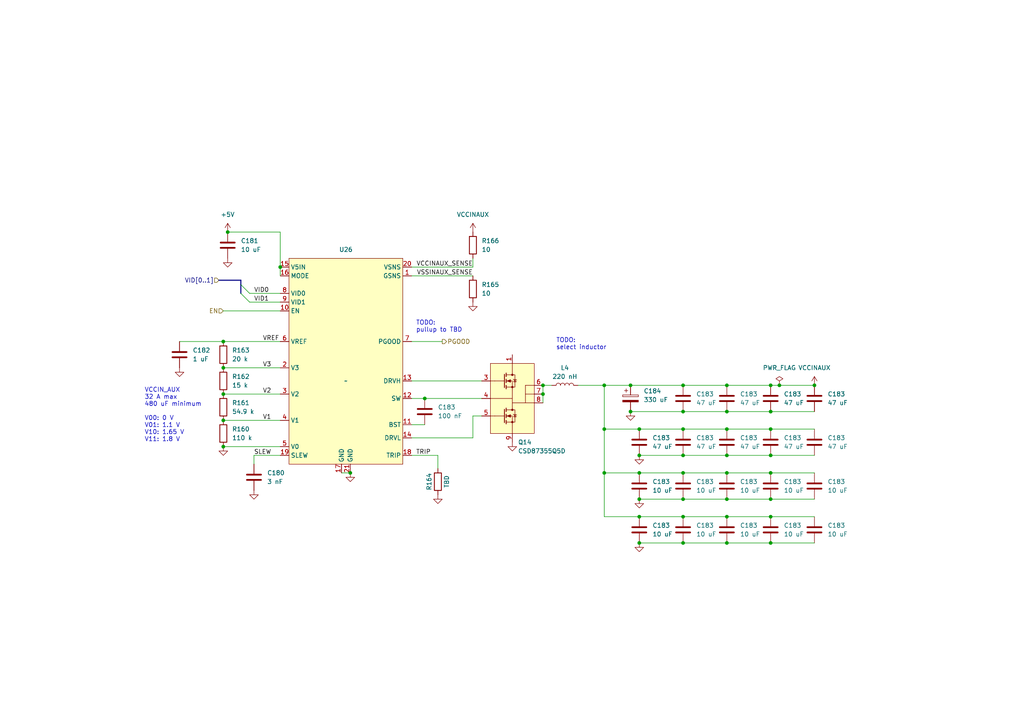
<source format=kicad_sch>
(kicad_sch (version 20230121) (generator eeschema)
  (paper "A4")
  (lib_symbols
    (symbol "Device:C" (pin_numbers hide) (pin_names (offset 0.254))
      (property "Reference" "C" (at 0.635 2.54 0))
      (property "Value" "C" (at 0.635 -2.54 0))
      (symbol "C_0_1"
        (polyline (pts (xy -2.032 -0.762) (xy 2.032 -0.762)) (stroke (width 0.508)))
        (polyline (pts (xy -2.032 0.762) (xy 2.032 0.762)) (stroke (width 0.508)))
      )
      (symbol "C_1_1"
        (pin passive line (at 0 3.81 270) (length 2.794) (name "~") (number "1"))
        (pin passive line (at 0 -3.81 90) (length 2.794) (name "~") (number "2"))
      )
    )
    (symbol "Device:C_Polarized" (pin_numbers hide) (pin_names (offset 0.254))
      (property "Reference" "C" (at 0.635 2.54 0))
      (property "Value" "C_Polarized" (at 0.635 -2.54 0))
      (symbol "C_Polarized_0_1"
        (rectangle (start -2.286 0.508) (end 2.286 1.016))
        (polyline (pts (xy -1.778 2.286) (xy -0.762 2.286)))
        (polyline (pts (xy -1.27 2.794) (xy -1.27 1.778)))
        (rectangle (start 2.286 -0.508) (end -2.286 -1.016) (fill (type outline)))
      )
      (symbol "C_Polarized_1_1"
        (pin passive line (at 0 3.81 270) (length 2.794) (name "~") (number "1"))
        (pin passive line (at 0 -3.81 90) (length 2.794) (name "~") (number "2"))
      )
    )
    (symbol "Device:L" (pin_numbers hide) (pin_names (offset 1.016) hide)
      (property "Reference" "L" (at -1.27 0 90))
      (property "Value" "L" (at 1.905 0 90))
      (symbol "L_0_1"
        (arc (start 0 -2.54) (mid 0.6323 -1.905) (end 0 -1.27))
        (arc (start 0 -1.27) (mid 0.6323 -0.635) (end 0 0))
        (arc (start 0 0) (mid 0.6323 0.635) (end 0 1.27))
        (arc (start 0 1.27) (mid 0.6323 1.905) (end 0 2.54))
      )
      (symbol "L_1_1"
        (pin passive line (at 0 3.81 270) (length 1.27) (name "1") (number "1"))
        (pin passive line (at 0 -3.81 90) (length 1.27) (name "2") (number "2"))
      )
    )
    (symbol "Device:R" (pin_numbers hide) (pin_names (offset 0))
      (property "Reference" "R" (at 2.032 0 90))
      (property "Value" "R" (at 0 0 90))
      (symbol "R_0_1"
        (rectangle (start -1.016 -2.54) (end 1.016 2.54) (stroke (width 0.254)))
      )
      (symbol "R_1_1"
        (pin passive line (at 0 3.81 270) (length 1.27) (name "~") (number "1"))
        (pin passive line (at 0 -3.81 90) (length 1.27) (name "~") (number "2"))
      )
    )
    (symbol "local:CSD87355Q5D" (pin_names (offset 0.002) hide)
      (property "Reference" "Q" (at 2.54 15.24 0))
      (property "Value" "CSD87355Q5D" (at 3.81 -15.24 0))
      (symbol "CSD87355Q5D_0_1"
        (circle (center 0 -6.858) (radius 0.254) (fill (type outline)))
        (circle (center 0 -3.302) (radius 0.254) (fill (type outline)))
        (polyline (pts (xy -2.286 -5.08) (xy -5.08 -5.08)))
        (polyline (pts (xy -2.286 -3.175) (xy -2.286 -6.985)) (stroke (width 0.254)))
        (polyline (pts (xy -2.286 5.08) (xy -5.08 5.08)))
        (polyline (pts (xy -2.286 6.985) (xy -2.286 3.175)) (stroke (width 0.254)))
        (polyline (pts (xy -1.778 -6.35) (xy -1.778 -7.366)) (stroke (width 0.254)))
        (polyline (pts (xy -1.778 -4.572) (xy -1.778 -5.588)) (stroke (width 0.254)))
        (polyline (pts (xy -1.778 -2.794) (xy -1.778 -3.81)) (stroke (width 0.254)))
        (polyline (pts (xy -1.778 3.81) (xy -1.778 2.794)) (stroke (width 0.254)))
        (polyline (pts (xy -1.778 5.588) (xy -1.778 4.572)) (stroke (width 0.254)))
        (polyline (pts (xy -1.778 7.366) (xy -1.778 6.35)) (stroke (width 0.254)))
        (polyline (pts (xy 0 -2.54) (xy 0 -3.302)))
        (polyline (pts (xy 0 7.62) (xy 0 6.858)))
        (polyline (pts (xy 0 -7.62) (xy 0 -5.08) (xy -1.778 -5.08)))
        (polyline (pts (xy 0 2.54) (xy 0 5.08) (xy -1.778 5.08)))
        (polyline (pts (xy -1.778 -6.858) (xy 0.762 -6.858) (xy 0.762 -3.302) (xy -1.778 -3.302)))
        (polyline (pts (xy -1.778 3.302) (xy 0.762 3.302) (xy 0.762 6.858) (xy -1.778 6.858)))
        (polyline (pts (xy -1.524 -5.08) (xy -0.508 -4.699) (xy -0.508 -5.461) (xy -1.524 -5.08)) (fill (type outline)))
        (polyline (pts (xy -1.524 5.08) (xy -0.508 5.461) (xy -0.508 4.699) (xy -1.524 5.08)) (fill (type outline)))
        (polyline (pts (xy 0.254 -4.572) (xy 0.381 -4.699) (xy 1.143 -4.699) (xy 1.27 -4.826)))
        (polyline (pts (xy 0.254 5.588) (xy 0.381 5.461) (xy 1.143 5.461) (xy 1.27 5.334)))
        (polyline (pts (xy 0.762 -4.699) (xy 0.381 -5.334) (xy 1.143 -5.334) (xy 0.762 -4.699)))
        (polyline (pts (xy 0.762 5.461) (xy 0.381 4.826) (xy 1.143 4.826) (xy 0.762 5.461)))
        (circle (center 0 3.302) (radius 0.254) (fill (type outline)))
        (circle (center 0 6.858) (radius 0.254) (fill (type outline)))
      )
      (symbol "CSD87355Q5D_1_1"
        (rectangle (start -6.35 10.16) (end 6.35 -10.16) (fill (type background)))
        (polyline (pts (xy -6.35 -5.08) (xy -5.08 -5.08)))
        (polyline (pts (xy -6.35 0) (xy 0 0)))
        (polyline (pts (xy -5.08 5.08) (xy -6.35 5.08)))
        (polyline (pts (xy 0 -7.62) (xy 0 -10.16)))
        (polyline (pts (xy 0 2.54) (xy 0 -2.54)))
        (polyline (pts (xy 0 10.16) (xy 0 7.62)))
        (polyline (pts (xy 3.81 -1.27) (xy 0 -1.27)))
        (polyline (pts (xy 3.81 3.81) (xy 6.35 3.81)))
        (polyline (pts (xy 6.35 1.27) (xy 3.81 1.27)))
        (polyline (pts (xy 6.35 -1.27) (xy 3.81 -1.27) (xy 3.81 3.81)))
        (pin passive line (at 0 12.7 270) (length 2.54) (name "VIN") (number "1"))
        (pin passive line (at -8.89 5.08 0) (length 2.54) (name "TG") (number "3"))
        (pin passive line (at -8.89 0 0) (length 2.54) (name "TG") (number "4"))
        (pin passive line (at -8.89 -5.08 0) (length 2.54) (name "BG") (number "5"))
        (pin passive line (at 8.89 3.81 180) (length 2.54) (name "VSW") (number "6"))
        (pin passive line (at 8.89 1.27 180) (length 2.54) (name "VSW") (number "7"))
        (pin passive line (at 8.89 -1.27 180) (length 2.54) (name "VSW") (number "8"))
        (pin passive line (at 0 -12.7 90) (length 2.54) (name "PGND") (number "9"))
      )
    )
    (symbol "local:TPS51215A"
      (property "Reference" "U" (at 0 0 0))
      (symbol "TPS51215A_1_1"
        (rectangle (start -16.51 35.56) (end 16.51 -24.13) (fill (type background)))
        (pin passive line (at 19.05 30.48 180) (length 2.54) (name "GSNS") (number "1"))
        (pin input line (at -19.05 20.32 0) (length 2.54) (name "EN") (number "10"))
        (pin passive line (at 19.05 -12.7 180) (length 2.54) (name "BST") (number "11"))
        (pin passive line (at 19.05 -5.08 180) (length 2.54) (name "SW") (number "12"))
        (pin passive line (at 19.05 0 180) (length 2.54) (name "DRVH") (number "13"))
        (pin passive line (at 19.05 -16.51 180) (length 2.54) (name "DRVL") (number "14"))
        (pin passive line (at -19.05 33.02 0) (length 2.54) (name "V5IN") (number "15"))
        (pin passive line (at -19.05 30.48 0) (length 2.54) (name "MODE") (number "16"))
        (pin power_in line (at -1.27 -26.67 90) (length 2.54) (name "GND") (number "17"))
        (pin passive line (at 19.05 -21.59 180) (length 2.54) (name "TRIP") (number "18"))
        (pin passive line (at -19.05 -21.59 0) (length 2.54) (name "SLEW") (number "19"))
        (pin passive line (at -19.05 3.81 0) (length 2.54) (name "V3") (number "2"))
        (pin passive line (at 19.05 33.02 180) (length 2.54) (name "VSNS") (number "20"))
        (pin power_in line (at 1.27 -26.67 90) (length 2.54) (name "GND") (number "21"))
        (pin passive line (at -19.05 -3.81 0) (length 2.54) (name "V2") (number "3"))
        (pin passive line (at -19.05 -11.43 0) (length 2.54) (name "V1") (number "4"))
        (pin passive line (at -19.05 -19.05 0) (length 2.54) (name "V0") (number "5"))
        (pin passive line (at -19.05 11.43 0) (length 2.54) (name "VREF") (number "6"))
        (pin open_collector line (at 19.05 11.43 180) (length 2.54) (name "PGOOD") (number "7"))
        (pin input line (at -19.05 25.4 0) (length 2.54) (name "VID0") (number "8"))
        (pin input line (at -19.05 22.86 0) (length 2.54) (name "VID1") (number "9"))
      )
    )
    (symbol "local:VCCINAUX" (power) (pin_names (offset 0))
      (property "Value" "VCCINAUX" (at 0 3.556 0))
      (symbol "VCCINAUX_0_1"
        (polyline (pts (xy -0.762 1.27) (xy 0 2.54)))
        (polyline (pts (xy 0 0) (xy 0 2.54)))
        (polyline (pts (xy 0 2.54) (xy 0.762 1.27)))
      )
      (symbol "VCCINAUX_1_1"
        (pin power_in line (at 0 0 90) (length 0) hide (name "VCCINAUX") (number "1"))
      )
    )
    (symbol "power:+5V" (power) (pin_names (offset 0))
      (property "Value" "+5V" (at 0 3.556 0))
      (symbol "+5V_0_1"
        (polyline (pts (xy -0.762 1.27) (xy 0 2.54)))
        (polyline (pts (xy 0 0) (xy 0 2.54)))
        (polyline (pts (xy 0 2.54) (xy 0.762 1.27)))
      )
      (symbol "+5V_1_1"
        (pin power_in line (at 0 0 90) (length 0) hide (name "+5V") (number "1"))
      )
    )
    (symbol "power:GND" (power) (pin_names (offset 0))
      (property "Value" "GND" (at 0 -3.81 0))
      (symbol "GND_0_1"
        (polyline (pts (xy 0 0) (xy 0 -1.27) (xy 1.27 -1.27) (xy 0 -2.54) (xy -1.27 -1.27) (xy 0 -1.27)))
      )
      (symbol "GND_1_1"
        (pin power_in line (at 0 0 270) (length 0) hide (name "GND") (number "1"))
      )
    )
    (symbol "power:PWR_FLAG" (power) (pin_numbers hide) (pin_names (offset 0) hide)
      (property "Value" "PWR_FLAG" (at 0 3.81 0))
      (symbol "PWR_FLAG_0_0"
        (pin power_out line (at 0 0 90) (length 0) (name "pwr") (number "1"))
      )
      (symbol "PWR_FLAG_0_1"
        (polyline (pts (xy 0 0) (xy 0 1.27) (xy -1.016 1.905) (xy 0 2.54) (xy 1.016 1.905) (xy 0 1.27)))
      )
    )
  )
  (junction (at 210.82 132.08))
  (junction (at 223.52 124.46))
  (junction (at 226.06 111.76))
  (junction (at 198.12 137.16))
  (junction (at 185.42 137.16))
  (junction (at 198.12 149.86))
  (junction (at 223.52 137.16))
  (junction (at 185.42 157.48))
  (junction (at 223.52 132.08))
  (junction (at 64.77 121.92))
  (junction (at 81.28 77.47))
  (junction (at 64.77 114.3))
  (junction (at 210.82 119.38))
  (junction (at 157.48 114.3))
  (junction (at 64.77 99.06))
  (junction (at 198.12 111.76))
  (junction (at 175.26 124.46))
  (junction (at 223.52 144.78))
  (junction (at 210.82 124.46))
  (junction (at 223.52 119.38))
  (junction (at 198.12 124.46))
  (junction (at 182.88 111.76))
  (junction (at 210.82 149.86))
  (junction (at 182.88 119.38))
  (junction (at 175.26 137.16))
  (junction (at 198.12 119.38))
  (junction (at 223.52 157.48))
  (junction (at 236.22 111.76))
  (junction (at 198.12 144.78))
  (junction (at 210.82 137.16))
  (junction (at 198.12 157.48))
  (junction (at 185.42 144.78))
  (junction (at 185.42 132.08))
  (junction (at 198.12 132.08))
  (junction (at 175.26 111.76))
  (junction (at 210.82 111.76))
  (junction (at 210.82 144.78))
  (junction (at 64.77 129.54))
  (junction (at 64.77 106.68))
  (junction (at 185.42 149.86))
  (junction (at 223.52 111.76))
  (junction (at 66.04 67.31))
  (junction (at 223.52 149.86))
  (junction (at 185.42 124.46))
  (junction (at 101.6 137.16))
  (junction (at 123.19 115.57))
  (junction (at 210.82 157.48))
  (junction (at 157.48 111.76))
  (bus_entry (at 69.85 85.09) (size 2.54 2.54))
  (bus_entry (at 69.85 82.55) (size 2.54 2.54))
  (wire (pts (xy 236.22 157.48) (xy 223.52 157.48)))
  (wire (pts (xy 81.28 129.54) (xy 64.77 129.54)))
  (wire (pts (xy 223.52 111.76) (xy 226.06 111.76)))
  (wire (pts (xy 81.28 114.3) (xy 64.77 114.3)))
  (wire (pts (xy 137.16 120.65) (xy 139.7 120.65)))
  (wire (pts (xy 223.52 157.48) (xy 210.82 157.48)))
  (wire (pts (xy 127 132.08) (xy 119.38 132.08)))
  (wire (pts (xy 119.38 110.49) (xy 139.7 110.49)))
  (wire (pts (xy 210.82 149.86) (xy 223.52 149.86)))
  (wire (pts (xy 119.38 127) (xy 137.16 127)))
  (wire (pts (xy 185.42 124.46) (xy 198.12 124.46)))
  (wire (pts (xy 123.19 123.19) (xy 119.38 123.19)))
  (wire (pts (xy 198.12 157.48) (xy 185.42 157.48)))
  (wire (pts (xy 210.82 157.48) (xy 198.12 157.48)))
  (wire (pts (xy 157.48 116.84) (xy 157.48 114.3)))
  (wire (pts (xy 119.38 77.47) (xy 137.16 77.47)))
  (wire (pts (xy 81.28 90.17) (xy 64.77 90.17)))
  (wire (pts (xy 72.39 87.63) (xy 81.28 87.63)))
  (bus (pts (xy 63.5 81.28) (xy 69.85 81.28)))
  (wire (pts (xy 127 135.89) (xy 127 132.08)))
  (wire (pts (xy 185.42 137.16) (xy 175.26 137.16)))
  (wire (pts (xy 137.16 74.93) (xy 137.16 77.47)))
  (wire (pts (xy 119.38 80.01) (xy 137.16 80.01)))
  (wire (pts (xy 223.52 124.46) (xy 236.22 124.46)))
  (wire (pts (xy 81.28 80.01) (xy 81.28 77.47)))
  (wire (pts (xy 198.12 124.46) (xy 210.82 124.46)))
  (wire (pts (xy 223.52 137.16) (xy 236.22 137.16)))
  (wire (pts (xy 210.82 144.78) (xy 198.12 144.78)))
  (wire (pts (xy 73.66 134.62) (xy 73.66 132.08)))
  (wire (pts (xy 236.22 144.78) (xy 223.52 144.78)))
  (wire (pts (xy 210.82 119.38) (xy 198.12 119.38)))
  (wire (pts (xy 210.82 124.46) (xy 223.52 124.46)))
  (wire (pts (xy 198.12 132.08) (xy 185.42 132.08)))
  (wire (pts (xy 185.42 149.86) (xy 198.12 149.86)))
  (wire (pts (xy 210.82 137.16) (xy 223.52 137.16)))
  (wire (pts (xy 198.12 137.16) (xy 210.82 137.16)))
  (wire (pts (xy 81.28 121.92) (xy 64.77 121.92)))
  (wire (pts (xy 81.28 106.68) (xy 64.77 106.68)))
  (wire (pts (xy 167.64 111.76) (xy 175.26 111.76)))
  (wire (pts (xy 81.28 99.06) (xy 64.77 99.06)))
  (wire (pts (xy 52.07 99.06) (xy 64.77 99.06)))
  (wire (pts (xy 123.19 115.57) (xy 119.38 115.57)))
  (wire (pts (xy 99.06 137.16) (xy 101.6 137.16)))
  (wire (pts (xy 81.28 77.47) (xy 81.28 67.31)))
  (wire (pts (xy 223.52 132.08) (xy 210.82 132.08)))
  (wire (pts (xy 175.26 137.16) (xy 175.26 124.46)))
  (bus (pts (xy 69.85 85.09) (xy 69.85 82.55)))
  (wire (pts (xy 81.28 67.31) (xy 66.04 67.31)))
  (wire (pts (xy 175.26 111.76) (xy 182.88 111.76)))
  (wire (pts (xy 175.26 124.46) (xy 185.42 124.46)))
  (wire (pts (xy 139.7 115.57) (xy 123.19 115.57)))
  (bus (pts (xy 69.85 82.55) (xy 69.85 81.28)))
  (wire (pts (xy 198.12 144.78) (xy 185.42 144.78)))
  (wire (pts (xy 198.12 111.76) (xy 210.82 111.76)))
  (wire (pts (xy 72.39 85.09) (xy 81.28 85.09)))
  (wire (pts (xy 175.26 149.86) (xy 175.26 137.16)))
  (wire (pts (xy 185.42 137.16) (xy 198.12 137.16)))
  (wire (pts (xy 182.88 111.76) (xy 198.12 111.76)))
  (wire (pts (xy 236.22 132.08) (xy 223.52 132.08)))
  (wire (pts (xy 223.52 149.86) (xy 236.22 149.86)))
  (wire (pts (xy 160.02 111.76) (xy 157.48 111.76)))
  (wire (pts (xy 226.06 111.76) (xy 236.22 111.76)))
  (wire (pts (xy 137.16 127) (xy 137.16 120.65)))
  (wire (pts (xy 81.28 132.08) (xy 73.66 132.08)))
  (wire (pts (xy 210.82 111.76) (xy 223.52 111.76)))
  (wire (pts (xy 198.12 119.38) (xy 182.88 119.38)))
  (wire (pts (xy 185.42 149.86) (xy 175.26 149.86)))
  (wire (pts (xy 223.52 144.78) (xy 210.82 144.78)))
  (wire (pts (xy 175.26 111.76) (xy 175.26 124.46)))
  (wire (pts (xy 223.52 119.38) (xy 210.82 119.38)))
  (wire (pts (xy 119.38 99.06) (xy 128.27 99.06)))
  (wire (pts (xy 157.48 114.3) (xy 157.48 111.76)))
  (wire (pts (xy 198.12 149.86) (xy 210.82 149.86)))
  (wire (pts (xy 210.82 132.08) (xy 198.12 132.08)))
  (wire (pts (xy 236.22 119.38) (xy 223.52 119.38)))
  (text "VCCIN_AUX\n32 A max\n480 uF minimum\n\nV00: 0 V\nV01: 1.1 V\nV10: 1.65 V\nV11: 1.8 V" (at 41.91 128.27 0) (effects (font (size 1.27 1.27)) (justify left bottom)))
  (text "TODO:\npullup to TBD" (at 120.65 96.52 0) (effects (font (size 1.27 1.27)) (justify left bottom)))
  (text "TODO:\nselect inductor" (at 161.29 101.6 0) (effects (font (size 1.27 1.27)) (justify left bottom)))
  (label "TRIP" (at 120.65 132.08 0))
  (label "V3" (at 76.2 106.68 0))
  (label "V2" (at 76.2 114.3 0))
  (label "VCCINAUX_SENSE" (at 137.16 77.47 180))
  (label "VREF" (at 76.2 99.06 0))
  (label "SLEW" (at 73.66 132.08 0))
  (label "V1" (at 76.2 121.92 0))
  (label "VSSINAUX_SENSE" (at 137.16 80.01 180))
  (label "VID1" (at 73.66 87.63 0))
  (label "VID0" (at 73.66 85.09 0))
  (hierarchical_label "EN" (shape input) (at 64.77 90.17 180))
  (hierarchical_label "PGOOD" (shape output) (at 128.27 99.06 0))
  (hierarchical_label "VID[0..1]" (shape input) (at 63.5 81.28 180))
  (symbol (lib_id "Device:C") (at 185.42 140.97 180) (unit 1)
    (property "Reference" "C183" (at 189.23 139.7 0) (effects (justify right)))
    (property "Value" "10 uF" (at 189.23 142.24 0) (effects (justify right)))
    (property "Footprint" "local:C_0402_1005Metric" (effects hide))
    (instances (project "virgo-rpl-uph" (path "" (reference "C183") (unit 1)) (path "" (reference "C193") (unit 1))) (project "ffvb676" (path "" (reference "C17") (unit 1)) (path "" (reference "C205") (unit 1)) (path "" (reference "C176") (unit 1)) (path "" (reference "C100") (unit 1))))
  )
  (symbol (lib_id "Device:C") (at 223.52 128.27 180) (unit 1)
    (property "Reference" "C183" (at 227.33 127 0) (effects (justify right)))
    (property "Value" "47 uF" (at 227.33 129.54 0) (effects (justify right)))
    (property "Footprint" "local:C_0603_1608Metric" (effects hide))
    (instances (project "virgo-rpl-uph" (path "" (reference "C183") (unit 1)) (path "" (reference "C192") (unit 1))) (project "ffvb676" (path "" (reference "C17") (unit 1)) (path "" (reference "C205") (unit 1)) (path "" (reference "C176") (unit 1)) (path "" (reference "C100") (unit 1))))
  )
  (symbol (lib_id "power:GND") (at 185.42 144.78 0) (unit 1)
    (property "Reference" "#PWR0231" (effects hide))
    (property "Value" "ground" (effects hide))
    (instances (project "virgo-rpl-uph" (path "" (reference "#PWR0231") (unit 1)) (path "" (reference "#PWR0234") (unit 1))) (project "ffvb676" (path "" (reference "#PWR0473") (unit 1)) (path "" (reference "#PWR0238") (unit 1))))
  )
  (symbol (lib_id "Device:R") (at 127 139.7 0) (unit 1)
    (property "Reference" "R164" (at 124.46 139.7 90))
    (property "Value" "TBD" (at 129.54 139.7 90))
    (property "Footprint" "local:R_0201_0603Metric" (effects hide))
    (instances (project "virgo-rpl-uph" (path "" (reference "R164") (unit 1)) (path "" (reference "R164") (unit 1))) (project "ffvb676" (path "" (reference "R79") (unit 1)) (path "" (reference "R77") (unit 1))))
  )
  (symbol (lib_id "Device:C") (at 198.12 140.97 180) (unit 1)
    (property "Reference" "C183" (at 201.93 139.7 0) (effects (justify right)))
    (property "Value" "10 uF" (at 201.93 142.24 0) (effects (justify right)))
    (property "Footprint" "local:C_0402_1005Metric" (effects hide))
    (instances (project "virgo-rpl-uph" (path "" (reference "C183") (unit 1)) (path "" (reference "C194") (unit 1))) (project "ffvb676" (path "" (reference "C17") (unit 1)) (path "" (reference "C205") (unit 1)) (path "" (reference "C176") (unit 1)) (path "" (reference "C100") (unit 1))))
  )
  (symbol (lib_id "power:GND") (at 182.88 119.38 0) (unit 1)
    (property "Reference" "#PWR0231" (effects hide))
    (property "Value" "ground" (effects hide))
    (instances (project "virgo-rpl-uph" (path "" (reference "#PWR0231") (unit 1)) (path "" (reference "#PWR0232") (unit 1))) (project "ffvb676" (path "" (reference "#PWR0473") (unit 1)) (path "" (reference "#PWR0238") (unit 1))))
  )
  (symbol (lib_id "Device:C") (at 210.82 153.67 180) (unit 1)
    (property "Reference" "C183" (at 214.63 152.4 0) (effects (justify right)))
    (property "Value" "10 uF" (at 214.63 154.94 0) (effects (justify right)))
    (property "Footprint" "local:C_0402_1005Metric" (effects hide))
    (instances (project "virgo-rpl-uph" (path "" (reference "C183") (unit 1)) (path "" (reference "C200") (unit 1))) (project "ffvb676" (path "" (reference "C17") (unit 1)) (path "" (reference "C205") (unit 1)) (path "" (reference "C176") (unit 1)) (path "" (reference "C100") (unit 1))))
  )
  (symbol (lib_id "Device:R") (at 137.16 71.12 0) (mirror y) (unit 1)
    (property "Reference" "R166" (at 139.7 69.85 0) (effects (justify right)))
    (property "Value" "10" (at 139.7 72.39 0) (effects (justify right)))
    (property "Footprint" "local:R_0201_0603Metric" (effects hide))
    (instances (project "virgo-rpl-uph" (path "" (reference "R166") (unit 1)) (path "" (reference "R165") (unit 1))) (project "ffvb676" (path "" (reference "R79") (unit 1)) (path "" (reference "R77") (unit 1))))
  )
  (symbol (lib_id "Device:C") (at 73.66 138.43 180) (unit 1)
    (property "Reference" "C180" (at 77.47 137.16 0) (effects (justify right)))
    (property "Value" "3 nF" (at 77.47 139.7 0) (effects (justify right)))
    (property "Footprint" "local:C_0402_1005Metric" (effects hide))
    (instances (project "virgo-rpl-uph" (path "" (reference "C180") (unit 1)) (path "" (reference "C182") (unit 1))) (project "ffvb676" (path "" (reference "C17") (unit 1)) (path "" (reference "C205") (unit 1)) (path "" (reference "C176") (unit 1)) (path "" (reference "C100") (unit 1))))
  )
  (symbol (lib_id "Device:C") (at 236.22 140.97 180) (unit 1)
    (property "Reference" "C183" (at 240.03 139.7 0) (effects (justify right)))
    (property "Value" "10 uF" (at 240.03 142.24 0) (effects (justify right)))
    (property "Footprint" "local:C_0402_1005Metric" (effects hide))
    (instances (project "virgo-rpl-uph" (path "" (reference "C183") (unit 1)) (path "" (reference "C197") (unit 1))) (project "ffvb676" (path "" (reference "C17") (unit 1)) (path "" (reference "C205") (unit 1)) (path "" (reference "C176") (unit 1)) (path "" (reference "C100") (unit 1))))
  )
  (symbol (lib_id "local:TPS51215A") (at 100.33 110.49 0) (unit 1)
    (property "Reference" "U26" (at 100.33 72.39 0))
    (property "Value" "~" (at 100.33 110.49 0))
    (property "Footprint" "local:QFN-20-1EP_3x3mm_P0.4mm_EP1.7x1.7mm" (effects hide))
  )
  (symbol (lib_id "Device:R") (at 64.77 125.73 0) (unit 1)
    (property "Reference" "R160" (at 67.31 124.46 0) (effects (justify left)))
    (property "Value" "110 k" (at 67.31 127 0) (effects (justify left)))
    (property "Footprint" "local:R_0201_0603Metric" (effects hide))
    (instances (project "virgo-rpl-uph" (path "" (reference "R160") (unit 1)) (path "" (reference "R163") (unit 1))) (project "ffvb676" (path "" (reference "R79") (unit 1)) (path "" (reference "R77") (unit 1))))
  )
  (symbol (lib_id "power:GND") (at 52.07 106.68 0) (unit 1)
    (property "Reference" "#PWR0229" (effects hide))
    (property "Value" "ground" (effects hide))
    (instances (project "virgo-rpl-uph" (path "" (reference "#PWR0229") (unit 1)) (path "" (reference "#PWR0223") (unit 1))) (project "ffvb676" (path "" (reference "#PWR0473") (unit 1)) (path "" (reference "#PWR0238") (unit 1))))
  )
  (symbol (lib_id "Device:C") (at 66.04 71.12 180) (unit 1)
    (property "Reference" "C181" (at 69.85 69.85 0) (effects (justify right)))
    (property "Value" "10 uF" (at 69.85 72.39 0) (effects (justify right)))
    (property "Footprint" "local:C_0805_2012Metric" (effects hide))
    (instances (project "virgo-rpl-uph" (path "" (reference "C181") (unit 1)) (path "" (reference "C181") (unit 1))) (project "ffvb676" (path "" (reference "C17") (unit 1)) (path "" (reference "C205") (unit 1)) (path "" (reference "C176") (unit 1)) (path "" (reference "C100") (unit 1))))
  )
  (symbol (lib_id "power:GND") (at 101.6 137.16 0) (unit 1)
    (property "Reference" "#PWR0223" (effects hide))
    (property "Value" "ground" (effects hide))
    (instances (project "virgo-rpl-uph" (path "" (reference "#PWR0223") (unit 1)) (path "" (reference "#PWR0228") (unit 1))) (project "ffvb676" (path "" (reference "#PWR0473") (unit 1)) (path "" (reference "#PWR0238") (unit 1))))
  )
  (symbol (lib_id "Device:C") (at 210.82 115.57 180) (unit 1)
    (property "Reference" "C183" (at 214.63 114.3 0) (effects (justify right)))
    (property "Value" "47 uF" (at 214.63 116.84 0) (effects (justify right)))
    (property "Footprint" "local:C_0603_1608Metric" (effects hide))
    (instances (project "virgo-rpl-uph" (path "" (reference "C183") (unit 1)) (path "" (reference "C186") (unit 1))) (project "ffvb676" (path "" (reference "C17") (unit 1)) (path "" (reference "C205") (unit 1)) (path "" (reference "C176") (unit 1)) (path "" (reference "C100") (unit 1))))
  )
  (symbol (lib_id "power:GND") (at 66.04 74.93 0) (unit 1)
    (property "Reference" "#PWR0228" (effects hide))
    (property "Value" "ground" (effects hide))
    (instances (project "virgo-rpl-uph" (path "" (reference "#PWR0228") (unit 1)) (path "" (reference "#PWR0226") (unit 1))) (project "ffvb676" (path "" (reference "#PWR0473") (unit 1)) (path "" (reference "#PWR0238") (unit 1))))
  )
  (symbol (lib_id "Device:C") (at 236.22 153.67 180) (unit 1)
    (property "Reference" "C183" (at 240.03 152.4 0) (effects (justify right)))
    (property "Value" "10 uF" (at 240.03 154.94 0) (effects (justify right)))
    (property "Footprint" "local:C_0402_1005Metric" (effects hide))
    (instances (project "virgo-rpl-uph" (path "" (reference "C183") (unit 1)) (path "" (reference "C202") (unit 1))) (project "ffvb676" (path "" (reference "C17") (unit 1)) (path "" (reference "C205") (unit 1)) (path "" (reference "C176") (unit 1)) (path "" (reference "C100") (unit 1))))
  )
  (symbol (lib_id "Device:C") (at 123.19 119.38 180) (unit 1)
    (property "Reference" "C183" (at 127 118.11 0) (effects (justify right)))
    (property "Value" "100 nF" (at 127 120.65 0) (effects (justify right)))
    (property "Footprint" "local:C_0402_1005Metric" (effects hide))
    (instances (project "virgo-rpl-uph" (path "" (reference "C183") (unit 1)) (path "" (reference "C183") (unit 1))) (project "ffvb676" (path "" (reference "C17") (unit 1)) (path "" (reference "C205") (unit 1)) (path "" (reference "C176") (unit 1)) (path "" (reference "C100") (unit 1))))
  )
  (symbol (lib_id "Device:C") (at 210.82 140.97 180) (unit 1)
    (property "Reference" "C183" (at 214.63 139.7 0) (effects (justify right)))
    (property "Value" "10 uF" (at 214.63 142.24 0) (effects (justify right)))
    (property "Footprint" "local:C_0402_1005Metric" (effects hide))
    (instances (project "virgo-rpl-uph" (path "" (reference "C183") (unit 1)) (path "" (reference "C195") (unit 1))) (project "ffvb676" (path "" (reference "C17") (unit 1)) (path "" (reference "C205") (unit 1)) (path "" (reference "C176") (unit 1)) (path "" (reference "C100") (unit 1))))
  )
  (symbol (lib_id "Device:L") (at 163.83 111.76 90) (unit 1)
    (property "Reference" "L4" (at 163.83 106.68 90))
    (property "Value" "220 nH" (at 163.83 109.22 90))
    (property "Footprint" "Inductor_SMD:L_Bourns_SRR1210A" (effects hide))
  )
  (symbol (lib_id "Device:C") (at 52.07 102.87 180) (unit 1)
    (property "Reference" "C182" (at 55.88 101.6 0) (effects (justify right)))
    (property "Value" "1 uF" (at 55.88 104.14 0) (effects (justify right)))
    (property "Footprint" "local:C_0402_1005Metric" (effects hide))
    (instances (project "virgo-rpl-uph" (path "" (reference "C182") (unit 1)) (path "" (reference "C180") (unit 1))) (project "ffvb676" (path "" (reference "C17") (unit 1)) (path "" (reference "C205") (unit 1)) (path "" (reference "C176") (unit 1)) (path "" (reference "C100") (unit 1))))
  )
  (symbol (lib_id "Device:C") (at 223.52 153.67 180) (unit 1)
    (property "Reference" "C183" (at 227.33 152.4 0) (effects (justify right)))
    (property "Value" "10 uF" (at 227.33 154.94 0) (effects (justify right)))
    (property "Footprint" "local:C_0402_1005Metric" (effects hide))
    (instances (project "virgo-rpl-uph" (path "" (reference "C183") (unit 1)) (path "" (reference "C201") (unit 1))) (project "ffvb676" (path "" (reference "C17") (unit 1)) (path "" (reference "C205") (unit 1)) (path "" (reference "C176") (unit 1)) (path "" (reference "C100") (unit 1))))
  )
  (symbol (lib_id "Device:R") (at 64.77 110.49 0) (mirror y) (unit 1)
    (property "Reference" "R162" (at 67.31 109.22 0) (effects (justify right)))
    (property "Value" "15 k" (at 67.31 111.76 0) (effects (justify right)))
    (property "Footprint" "local:R_0201_0603Metric" (effects hide))
    (instances (project "virgo-rpl-uph" (path "" (reference "R162") (unit 1)) (path "" (reference "R161") (unit 1))) (project "ffvb676" (path "" (reference "R79") (unit 1)) (path "" (reference "R77") (unit 1))))
  )
  (symbol (lib_id "local:VCCINAUX") (at 236.22 111.76 0) (unit 1)
    (property "Reference" "#PWR0236" (effects hide))
    (property "Value" "VCCINAUX" (at 236.22 106.68 0))
  )
  (symbol (lib_id "Device:C") (at 223.52 115.57 180) (unit 1)
    (property "Reference" "C183" (at 227.33 114.3 0) (effects (justify right)))
    (property "Value" "47 uF" (at 227.33 116.84 0) (effects (justify right)))
    (property "Footprint" "local:C_0603_1608Metric" (effects hide))
    (instances (project "virgo-rpl-uph" (path "" (reference "C183") (unit 1)) (path "" (reference "C187") (unit 1))) (project "ffvb676" (path "" (reference "C17") (unit 1)) (path "" (reference "C205") (unit 1)) (path "" (reference "C176") (unit 1)) (path "" (reference "C100") (unit 1))))
  )
  (symbol (lib_id "Device:C") (at 223.52 140.97 180) (unit 1)
    (property "Reference" "C183" (at 227.33 139.7 0) (effects (justify right)))
    (property "Value" "10 uF" (at 227.33 142.24 0) (effects (justify right)))
    (property "Footprint" "local:C_0402_1005Metric" (effects hide))
    (instances (project "virgo-rpl-uph" (path "" (reference "C183") (unit 1)) (path "" (reference "C196") (unit 1))) (project "ffvb676" (path "" (reference "C17") (unit 1)) (path "" (reference "C205") (unit 1)) (path "" (reference "C176") (unit 1)) (path "" (reference "C100") (unit 1))))
  )
  (symbol (lib_id "Device:C") (at 198.12 115.57 180) (unit 1)
    (property "Reference" "C183" (at 201.93 114.3 0) (effects (justify right)))
    (property "Value" "47 uF" (at 201.93 116.84 0) (effects (justify right)))
    (property "Footprint" "local:C_0603_1608Metric" (effects hide))
    (instances (project "virgo-rpl-uph" (path "" (reference "C183") (unit 1)) (path "" (reference "C185") (unit 1))) (project "ffvb676" (path "" (reference "C17") (unit 1)) (path "" (reference "C205") (unit 1)) (path "" (reference "C176") (unit 1)) (path "" (reference "C100") (unit 1))))
  )
  (symbol (lib_id "Device:R") (at 64.77 102.87 0) (mirror y) (unit 1)
    (property "Reference" "R163" (at 67.31 101.6 0) (effects (justify right)))
    (property "Value" "20 k" (at 67.31 104.14 0) (effects (justify right)))
    (property "Footprint" "local:R_0201_0603Metric" (effects hide))
    (instances (project "virgo-rpl-uph" (path "" (reference "R163") (unit 1)) (path "" (reference "R160") (unit 1))) (project "ffvb676" (path "" (reference "R79") (unit 1)) (path "" (reference "R77") (unit 1))))
  )
  (symbol (lib_id "Device:C") (at 198.12 128.27 180) (unit 1)
    (property "Reference" "C183" (at 201.93 127 0) (effects (justify right)))
    (property "Value" "47 uF" (at 201.93 129.54 0) (effects (justify right)))
    (property "Footprint" "local:C_0603_1608Metric" (effects hide))
    (instances (project "virgo-rpl-uph" (path "" (reference "C183") (unit 1)) (path "" (reference "C190") (unit 1))) (project "ffvb676" (path "" (reference "C17") (unit 1)) (path "" (reference "C205") (unit 1)) (path "" (reference "C176") (unit 1)) (path "" (reference "C100") (unit 1))))
  )
  (symbol (lib_id "Device:C") (at 236.22 128.27 180) (unit 1)
    (property "Reference" "C183" (at 240.03 127 0) (effects (justify right)))
    (property "Value" "47 uF" (at 240.03 129.54 0) (effects (justify right)))
    (property "Footprint" "local:C_0603_1608Metric" (effects hide))
    (instances (project "virgo-rpl-uph" (path "" (reference "C183") (unit 1)) (path "" (reference "C203") (unit 1))) (project "ffvb676" (path "" (reference "C17") (unit 1)) (path "" (reference "C205") (unit 1)) (path "" (reference "C176") (unit 1)) (path "" (reference "C100") (unit 1))))
  )
  (symbol (lib_id "Device:C") (at 210.82 128.27 180) (unit 1)
    (property "Reference" "C183" (at 214.63 127 0) (effects (justify right)))
    (property "Value" "47 uF" (at 214.63 129.54 0) (effects (justify right)))
    (property "Footprint" "local:C_0603_1608Metric" (effects hide))
    (instances (project "virgo-rpl-uph" (path "" (reference "C183") (unit 1)) (path "" (reference "C191") (unit 1))) (project "ffvb676" (path "" (reference "C17") (unit 1)) (path "" (reference "C205") (unit 1)) (path "" (reference "C176") (unit 1)) (path "" (reference "C100") (unit 1))))
  )
  (symbol (lib_id "power:GND") (at 185.42 157.48 0) (unit 1)
    (property "Reference" "#PWR0231" (effects hide))
    (property "Value" "ground" (effects hide))
    (instances (project "virgo-rpl-uph" (path "" (reference "#PWR0231") (unit 1)) (path "" (reference "#PWR0235") (unit 1))) (project "ffvb676" (path "" (reference "#PWR0473") (unit 1)) (path "" (reference "#PWR0238") (unit 1))))
  )
  (symbol (lib_id "Device:C") (at 236.22 115.57 180) (unit 1)
    (property "Reference" "C183" (at 240.03 114.3 0) (effects (justify right)))
    (property "Value" "47 uF" (at 240.03 116.84 0) (effects (justify right)))
    (property "Footprint" "local:C_0603_1608Metric" (effects hide))
    (instances (project "virgo-rpl-uph" (path "" (reference "C183") (unit 1)) (path "" (reference "C188") (unit 1))) (project "ffvb676" (path "" (reference "C17") (unit 1)) (path "" (reference "C205") (unit 1)) (path "" (reference "C176") (unit 1)) (path "" (reference "C100") (unit 1))))
  )
  (symbol (lib_id "Device:R") (at 64.77 118.11 0) (mirror y) (unit 1)
    (property "Reference" "R161" (at 67.31 116.84 0) (effects (justify right)))
    (property "Value" "54.9 k" (at 67.31 119.38 0) (effects (justify right)))
    (property "Footprint" "local:R_0201_0603Metric" (effects hide))
    (instances (project "virgo-rpl-uph" (path "" (reference "R161") (unit 1)) (path "" (reference "R162") (unit 1))) (project "ffvb676" (path "" (reference "R79") (unit 1)) (path "" (reference "R77") (unit 1))))
  )
  (symbol (lib_id "local:VCCINAUX") (at 137.16 67.31 0) (unit 1)
    (property "Reference" "#PWR0237" (effects hide))
    (property "Value" "VCCINAUX" (at 137.16 62.23 0))
  )
  (symbol (lib_id "power:GND") (at 137.16 87.63 0) (unit 1)
    (property "Reference" "#PWR0227" (effects hide))
    (property "Value" "ground" (effects hide))
    (instances (project "virgo-rpl-uph" (path "" (reference "#PWR0227") (unit 1)) (path "" (reference "#PWR0230") (unit 1))) (project "ffvb676" (path "" (reference "#PWR0473") (unit 1)) (path "" (reference "#PWR0238") (unit 1))))
  )
  (symbol (lib_id "power:GND") (at 127 143.51 0) (unit 1)
    (property "Reference" "#PWR0225" (effects hide))
    (property "Value" "ground" (effects hide))
    (instances (project "virgo-rpl-uph" (path "" (reference "#PWR0225") (unit 1)) (path "" (reference "#PWR0229") (unit 1))) (project "ffvb676" (path "" (reference "#PWR0473") (unit 1)) (path "" (reference "#PWR0238") (unit 1))))
  )
  (symbol (lib_id "power:GND") (at 73.66 142.24 0) (unit 1)
    (property "Reference" "#PWR0224" (effects hide))
    (property "Value" "ground" (effects hide))
    (instances (project "virgo-rpl-uph" (path "" (reference "#PWR0224") (unit 1)) (path "" (reference "#PWR0227") (unit 1))) (project "ffvb676" (path "" (reference "#PWR0473") (unit 1)) (path "" (reference "#PWR0238") (unit 1))))
  )
  (symbol (lib_id "power:GND") (at 185.42 132.08 0) (unit 1)
    (property "Reference" "#PWR0231" (effects hide))
    (property "Value" "ground" (effects hide))
    (instances (project "virgo-rpl-uph" (path "" (reference "#PWR0231") (unit 1)) (path "" (reference "#PWR0233") (unit 1))) (project "ffvb676" (path "" (reference "#PWR0473") (unit 1)) (path "" (reference "#PWR0238") (unit 1))))
  )
  (symbol (lib_id "Device:C") (at 185.42 153.67 180) (unit 1)
    (property "Reference" "C183" (at 189.23 152.4 0) (effects (justify right)))
    (property "Value" "10 uF" (at 189.23 154.94 0) (effects (justify right)))
    (property "Footprint" "local:C_0402_1005Metric" (effects hide))
    (instances (project "virgo-rpl-uph" (path "" (reference "C183") (unit 1)) (path "" (reference "C198") (unit 1))) (project "ffvb676" (path "" (reference "C17") (unit 1)) (path "" (reference "C205") (unit 1)) (path "" (reference "C176") (unit 1)) (path "" (reference "C100") (unit 1))))
  )
  (symbol (lib_id "power:PWR_FLAG") (at 226.06 111.76 0) (unit 1)
    (property "Reference" "#FLG03" (effects hide))
    (property "Value" "PWR_FLAG" (at 226.06 106.68 0))
  )
  (symbol (lib_id "local:CSD87355Q5D") (at 148.59 115.57 0) (unit 1)
    (property "Reference" "Q14" (at 150.2411 128.27 0) (effects (justify left)))
    (property "Value" "CSD87355Q5D" (at 150.2411 130.81 0) (effects (justify left)))
    (property "Footprint" "local:DFN-8-1EP_6x5mm_P1.27mm_TI_Q5D" (effects hide))
    (property "Datasheet" "https://www.ti.com/lit/ds/symlink/csd87355q5d.pdf" (effects hide))
  )
  (symbol (lib_id "power:GND") (at 148.59 128.27 0) (unit 1)
    (property "Reference" "#PWR0231" (effects hide))
    (property "Value" "ground" (effects hide))
    (instances (project "virgo-rpl-uph" (path "" (reference "#PWR0231") (unit 1)) (path "" (reference "#PWR0231") (unit 1))) (project "ffvb676" (path "" (reference "#PWR0473") (unit 1)) (path "" (reference "#PWR0238") (unit 1))))
  )
  (symbol (lib_id "Device:C") (at 198.12 153.67 180) (unit 1)
    (property "Reference" "C183" (at 201.93 152.4 0) (effects (justify right)))
    (property "Value" "10 uF" (at 201.93 154.94 0) (effects (justify right)))
    (property "Footprint" "local:C_0402_1005Metric" (effects hide))
    (instances (project "virgo-rpl-uph" (path "" (reference "C183") (unit 1)) (path "" (reference "C199") (unit 1))) (project "ffvb676" (path "" (reference "C17") (unit 1)) (path "" (reference "C205") (unit 1)) (path "" (reference "C176") (unit 1)) (path "" (reference "C100") (unit 1))))
  )
  (symbol (lib_id "power:GND") (at 64.77 129.54 0) (unit 1)
    (property "Reference" "#PWR0226" (effects hide))
    (property "Value" "ground" (effects hide))
    (instances (project "virgo-rpl-uph" (path "" (reference "#PWR0226") (unit 1)) (path "" (reference "#PWR0224") (unit 1))) (project "ffvb676" (path "" (reference "#PWR0473") (unit 1)) (path "" (reference "#PWR0238") (unit 1))))
  )
  (symbol (lib_id "Device:R") (at 137.16 83.82 0) (mirror y) (unit 1)
    (property "Reference" "R165" (at 139.7 82.55 0) (effects (justify right)))
    (property "Value" "10" (at 139.7 85.09 0) (effects (justify right)))
    (property "Footprint" "local:R_0201_0603Metric" (effects hide))
    (instances (project "virgo-rpl-uph" (path "" (reference "R165") (unit 1)) (path "" (reference "R166") (unit 1))) (project "ffvb676" (path "" (reference "R79") (unit 1)) (path "" (reference "R77") (unit 1))))
  )
  (symbol (lib_id "Device:C") (at 185.42 128.27 180) (unit 1)
    (property "Reference" "C183" (at 189.23 127 0) (effects (justify right)))
    (property "Value" "47 uF" (at 189.23 129.54 0) (effects (justify right)))
    (property "Footprint" "local:C_0603_1608Metric" (effects hide))
    (instances (project "virgo-rpl-uph" (path "" (reference "C183") (unit 1)) (path "" (reference "C189") (unit 1))) (project "ffvb676" (path "" (reference "C17") (unit 1)) (path "" (reference "C205") (unit 1)) (path "" (reference "C176") (unit 1)) (path "" (reference "C100") (unit 1))))
  )
  (symbol (lib_id "power:+5V") (at 66.04 67.31 0) (unit 1)
    (property "Reference" "#PWR0230" (effects hide))
    (property "Value" "+5V" (at 66.04 62.23 0))
    (instances (project "virgo-rpl-uph" (path "" (reference "#PWR0230") (unit 1)) (path "" (reference "#PWR0225") (unit 1))))
  )
  (symbol (lib_id "Device:C_Polarized") (at 182.88 115.57 0) (unit 1)
    (property "Reference" "C184" (at 186.69 113.411 0) (effects (justify left)))
    (property "Value" "330 uF" (at 186.69 115.951 0) (effects (justify left)))
    (property "Footprint" "Capacitor_Tantalum_SMD:CP_EIA-7343-20_Kemet-V" (effects hide))
  )
)
</source>
